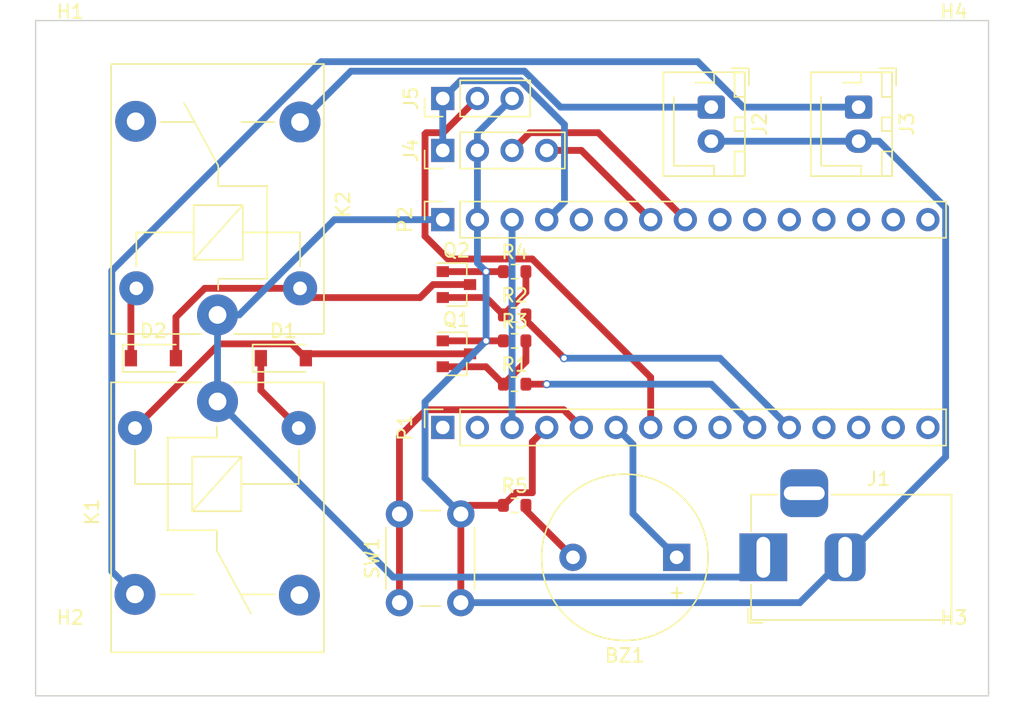
<source format=kicad_pcb>
(kicad_pcb (version 20171130) (host pcbnew 5.1.10)

  (general
    (thickness 1.6)
    (drawings 8)
    (tracks 108)
    (zones 0)
    (modules 24)
    (nets 21)
  )

  (page A4)
  (title_block
    (date "jeu. 02 avril 2015")
  )

  (layers
    (0 F.Cu signal)
    (31 B.Cu signal)
    (32 B.Adhes user)
    (33 F.Adhes user)
    (34 B.Paste user)
    (35 F.Paste user)
    (36 B.SilkS user)
    (37 F.SilkS user)
    (38 B.Mask user)
    (39 F.Mask user)
    (40 Dwgs.User user)
    (41 Cmts.User user)
    (42 Eco1.User user)
    (43 Eco2.User user)
    (44 Edge.Cuts user)
    (45 Margin user)
    (46 B.CrtYd user)
    (47 F.CrtYd user)
    (48 B.Fab user)
    (49 F.Fab user)
  )

  (setup
    (last_trace_width 0.5)
    (user_trace_width 0.5)
    (trace_clearance 0.2)
    (zone_clearance 0.508)
    (zone_45_only no)
    (trace_min 0.2)
    (via_size 0.6)
    (via_drill 0.4)
    (via_min_size 0.4)
    (via_min_drill 0.3)
    (user_via 1.2 0.8)
    (uvia_size 0.3)
    (uvia_drill 0.1)
    (uvias_allowed no)
    (uvia_min_size 0.2)
    (uvia_min_drill 0.1)
    (edge_width 0.1)
    (segment_width 0.15)
    (pcb_text_width 0.3)
    (pcb_text_size 1.5 1.5)
    (mod_edge_width 0.15)
    (mod_text_size 1 1)
    (mod_text_width 0.15)
    (pad_size 2.54 2.54)
    (pad_drill 1.778)
    (pad_to_mask_clearance 0)
    (aux_axis_origin 138.176 110.617)
    (grid_origin 123.19 139.065)
    (visible_elements FFFFFF7F)
    (pcbplotparams
      (layerselection 0x00030_80000001)
      (usegerberextensions false)
      (usegerberattributes true)
      (usegerberadvancedattributes true)
      (creategerberjobfile true)
      (excludeedgelayer true)
      (linewidth 0.100000)
      (plotframeref false)
      (viasonmask false)
      (mode 1)
      (useauxorigin false)
      (hpglpennumber 1)
      (hpglpenspeed 20)
      (hpglpendiameter 15.000000)
      (psnegative false)
      (psa4output false)
      (plotreference true)
      (plotvalue true)
      (plotinvisibletext false)
      (padsonsilk false)
      (subtractmaskfromsilk false)
      (outputformat 1)
      (mirror false)
      (drillshape 1)
      (scaleselection 1)
      (outputdirectory ""))
  )

  (net 0 "")
  (net 1 /Reset)
  (net 2 GND)
  (net 3 +5V)
  (net 4 "Net-(BZ1-Pad2)")
  (net 5 BUZZER)
  (net 6 "Net-(D1-Pad2)")
  (net 7 "Net-(D1-Pad1)")
  (net 8 "Net-(D2-Pad2)")
  (net 9 "Net-(D2-Pad1)")
  (net 10 +12V)
  (net 11 FAN_VCC)
  (net 12 HEATER_VCC)
  (net 13 LCD_I2C_SCL)
  (net 14 ICD_I2C_SDA)
  (net 15 FAN_RELAY)
  (net 16 HEATER_RELAY)
  (net 17 DHT11)
  (net 18 CTRL)
  (net 19 "Net-(Q1-Pad2)")
  (net 20 "Net-(Q2-Pad2)")

  (net_class Default "This is the default net class."
    (clearance 0.2)
    (trace_width 0.25)
    (via_dia 0.6)
    (via_drill 0.4)
    (uvia_dia 0.3)
    (uvia_drill 0.1)
    (add_net +12V)
    (add_net +5V)
    (add_net /Reset)
    (add_net BUZZER)
    (add_net CTRL)
    (add_net DHT11)
    (add_net FAN_RELAY)
    (add_net FAN_VCC)
    (add_net GND)
    (add_net HEATER_RELAY)
    (add_net HEATER_VCC)
    (add_net ICD_I2C_SDA)
    (add_net LCD_I2C_SCL)
    (add_net "Net-(BZ1-Pad2)")
    (add_net "Net-(D1-Pad1)")
    (add_net "Net-(D1-Pad2)")
    (add_net "Net-(D2-Pad1)")
    (add_net "Net-(D2-Pad2)")
    (add_net "Net-(Q1-Pad2)")
    (add_net "Net-(Q2-Pad2)")
  )

  (module Connector_JST:JST_XH_B2B-XH-AM_1x02_P2.50mm_Vertical (layer F.Cu) (tedit 5C28146E) (tstamp 60D38852)
    (at 170.18 98.425 270)
    (descr "JST XH series connector, B2B-XH-AM, with boss (http://www.jst-mfg.com/product/pdf/eng/eXH.pdf), generated with kicad-footprint-generator")
    (tags "connector JST XH vertical boss")
    (path /60EABA5B)
    (fp_text reference J2 (at 1.25 -3.55 90) (layer F.SilkS)
      (effects (font (size 1 1) (thickness 0.15)))
    )
    (fp_text value Conn_01x02_Male (at 1.25 4.6 90) (layer F.Fab)
      (effects (font (size 1 1) (thickness 0.15)))
    )
    (fp_line (start -2.85 -2.75) (end -2.85 -1.5) (layer F.SilkS) (width 0.12))
    (fp_line (start -1.6 -2.75) (end -2.85 -2.75) (layer F.SilkS) (width 0.12))
    (fp_line (start 4.3 2.75) (end 1.25 2.75) (layer F.SilkS) (width 0.12))
    (fp_line (start 4.3 -0.2) (end 4.3 2.75) (layer F.SilkS) (width 0.12))
    (fp_line (start 5.05 -0.2) (end 4.3 -0.2) (layer F.SilkS) (width 0.12))
    (fp_line (start 1.25 2.75) (end -0.74 2.75) (layer F.SilkS) (width 0.12))
    (fp_line (start -1.8 -0.2) (end -1.8 1.14) (layer F.SilkS) (width 0.12))
    (fp_line (start -2.55 -0.2) (end -1.8 -0.2) (layer F.SilkS) (width 0.12))
    (fp_line (start 5.05 -2.45) (end 3.25 -2.45) (layer F.SilkS) (width 0.12))
    (fp_line (start 5.05 -1.7) (end 5.05 -2.45) (layer F.SilkS) (width 0.12))
    (fp_line (start 3.25 -1.7) (end 5.05 -1.7) (layer F.SilkS) (width 0.12))
    (fp_line (start 3.25 -2.45) (end 3.25 -1.7) (layer F.SilkS) (width 0.12))
    (fp_line (start -0.75 -2.45) (end -2.55 -2.45) (layer F.SilkS) (width 0.12))
    (fp_line (start -0.75 -1.7) (end -0.75 -2.45) (layer F.SilkS) (width 0.12))
    (fp_line (start -2.55 -1.7) (end -0.75 -1.7) (layer F.SilkS) (width 0.12))
    (fp_line (start -2.55 -2.45) (end -2.55 -1.7) (layer F.SilkS) (width 0.12))
    (fp_line (start 1.75 -2.45) (end 0.75 -2.45) (layer F.SilkS) (width 0.12))
    (fp_line (start 1.75 -1.7) (end 1.75 -2.45) (layer F.SilkS) (width 0.12))
    (fp_line (start 0.75 -1.7) (end 1.75 -1.7) (layer F.SilkS) (width 0.12))
    (fp_line (start 0.75 -2.45) (end 0.75 -1.7) (layer F.SilkS) (width 0.12))
    (fp_line (start 0 -1.35) (end 0.625 -2.35) (layer F.Fab) (width 0.1))
    (fp_line (start -0.625 -2.35) (end 0 -1.35) (layer F.Fab) (width 0.1))
    (fp_line (start 5.45 -2.85) (end -2.95 -2.85) (layer F.CrtYd) (width 0.05))
    (fp_line (start 5.45 3.9) (end 5.45 -2.85) (layer F.CrtYd) (width 0.05))
    (fp_line (start -2.95 3.9) (end 5.45 3.9) (layer F.CrtYd) (width 0.05))
    (fp_line (start -2.95 -2.85) (end -2.95 3.9) (layer F.CrtYd) (width 0.05))
    (fp_line (start 5.06 -2.46) (end -2.56 -2.46) (layer F.SilkS) (width 0.12))
    (fp_line (start 5.06 3.51) (end 5.06 -2.46) (layer F.SilkS) (width 0.12))
    (fp_line (start -2.56 3.51) (end 5.06 3.51) (layer F.SilkS) (width 0.12))
    (fp_line (start -2.56 -2.46) (end -2.56 3.51) (layer F.SilkS) (width 0.12))
    (fp_line (start 4.95 -2.35) (end -2.45 -2.35) (layer F.Fab) (width 0.1))
    (fp_line (start 4.95 3.4) (end 4.95 -2.35) (layer F.Fab) (width 0.1))
    (fp_line (start -2.45 3.4) (end 4.95 3.4) (layer F.Fab) (width 0.1))
    (fp_line (start -2.45 -2.35) (end -2.45 3.4) (layer F.Fab) (width 0.1))
    (fp_text user %R (at 1.25 2.7 90) (layer F.Fab)
      (effects (font (size 1 1) (thickness 0.15)))
    )
    (pad "" np_thru_hole circle (at -1.6 2 270) (size 1.2 1.2) (drill 1.2) (layers *.Cu *.Mask))
    (pad 2 thru_hole oval (at 2.5 0 270) (size 1.7 2) (drill 1) (layers *.Cu *.Mask)
      (net 2 GND))
    (pad 1 thru_hole roundrect (at 0 0 270) (size 1.7 2) (drill 1) (layers *.Cu *.Mask) (roundrect_rratio 0.147059)
      (net 11 FAN_VCC))
    (model ${KISYS3DMOD}/Connector_JST.3dshapes/JST_XH_B2B-XH-AM_1x02_P2.50mm_Vertical.wrl
      (at (xyz 0 0 0))
      (scale (xyz 1 1 1))
      (rotate (xyz 0 0 0))
    )
  )

  (module Connector_PinHeader_2.54mm:PinHeader_1x03_P2.54mm_Vertical (layer F.Cu) (tedit 59FED5CC) (tstamp 60D4272C)
    (at 150.495 97.79 90)
    (descr "Through hole straight pin header, 1x03, 2.54mm pitch, single row")
    (tags "Through hole pin header THT 1x03 2.54mm single row")
    (path /6126BCF9)
    (fp_text reference J5 (at 0 -2.33 90) (layer F.SilkS)
      (effects (font (size 1 1) (thickness 0.15)))
    )
    (fp_text value Conn_01x03_Male (at 0 7.41 90) (layer F.Fab)
      (effects (font (size 1 1) (thickness 0.15)))
    )
    (fp_line (start 1.8 -1.8) (end -1.8 -1.8) (layer F.CrtYd) (width 0.05))
    (fp_line (start 1.8 6.85) (end 1.8 -1.8) (layer F.CrtYd) (width 0.05))
    (fp_line (start -1.8 6.85) (end 1.8 6.85) (layer F.CrtYd) (width 0.05))
    (fp_line (start -1.8 -1.8) (end -1.8 6.85) (layer F.CrtYd) (width 0.05))
    (fp_line (start -1.33 -1.33) (end 0 -1.33) (layer F.SilkS) (width 0.12))
    (fp_line (start -1.33 0) (end -1.33 -1.33) (layer F.SilkS) (width 0.12))
    (fp_line (start -1.33 1.27) (end 1.33 1.27) (layer F.SilkS) (width 0.12))
    (fp_line (start 1.33 1.27) (end 1.33 6.41) (layer F.SilkS) (width 0.12))
    (fp_line (start -1.33 1.27) (end -1.33 6.41) (layer F.SilkS) (width 0.12))
    (fp_line (start -1.33 6.41) (end 1.33 6.41) (layer F.SilkS) (width 0.12))
    (fp_line (start -1.27 -0.635) (end -0.635 -1.27) (layer F.Fab) (width 0.1))
    (fp_line (start -1.27 6.35) (end -1.27 -0.635) (layer F.Fab) (width 0.1))
    (fp_line (start 1.27 6.35) (end -1.27 6.35) (layer F.Fab) (width 0.1))
    (fp_line (start 1.27 -1.27) (end 1.27 6.35) (layer F.Fab) (width 0.1))
    (fp_line (start -0.635 -1.27) (end 1.27 -1.27) (layer F.Fab) (width 0.1))
    (fp_text user %R (at 0 2.54) (layer F.Fab)
      (effects (font (size 1 1) (thickness 0.15)))
    )
    (pad 3 thru_hole oval (at 0 5.08 90) (size 1.7 1.7) (drill 1) (layers *.Cu *.Mask)
      (net 2 GND))
    (pad 2 thru_hole oval (at 0 2.54 90) (size 1.7 1.7) (drill 1) (layers *.Cu *.Mask)
      (net 17 DHT11))
    (pad 1 thru_hole rect (at 0 0 90) (size 1.7 1.7) (drill 1) (layers *.Cu *.Mask)
      (net 3 +5V))
    (model ${KISYS3DMOD}/Connector_PinHeader_2.54mm.3dshapes/PinHeader_1x03_P2.54mm_Vertical.wrl
      (at (xyz 0 0 0))
      (scale (xyz 1 1 1))
      (rotate (xyz 0 0 0))
    )
  )

  (module Resistor_SMD:R_0603_1608Metric (layer F.Cu) (tedit 5F68FEEE) (tstamp 60D389A3)
    (at 155.765 127.635)
    (descr "Resistor SMD 0603 (1608 Metric), square (rectangular) end terminal, IPC_7351 nominal, (Body size source: IPC-SM-782 page 72, https://www.pcb-3d.com/wordpress/wp-content/uploads/ipc-sm-782a_amendment_1_and_2.pdf), generated with kicad-footprint-generator")
    (tags resistor)
    (path /60F2BA81)
    (attr smd)
    (fp_text reference R5 (at 0 -1.43) (layer F.SilkS)
      (effects (font (size 1 1) (thickness 0.15)))
    )
    (fp_text value R (at 0 1.43) (layer F.Fab)
      (effects (font (size 1 1) (thickness 0.15)))
    )
    (fp_line (start 1.48 0.73) (end -1.48 0.73) (layer F.CrtYd) (width 0.05))
    (fp_line (start 1.48 -0.73) (end 1.48 0.73) (layer F.CrtYd) (width 0.05))
    (fp_line (start -1.48 -0.73) (end 1.48 -0.73) (layer F.CrtYd) (width 0.05))
    (fp_line (start -1.48 0.73) (end -1.48 -0.73) (layer F.CrtYd) (width 0.05))
    (fp_line (start -0.237258 0.5225) (end 0.237258 0.5225) (layer F.SilkS) (width 0.12))
    (fp_line (start -0.237258 -0.5225) (end 0.237258 -0.5225) (layer F.SilkS) (width 0.12))
    (fp_line (start 0.8 0.4125) (end -0.8 0.4125) (layer F.Fab) (width 0.1))
    (fp_line (start 0.8 -0.4125) (end 0.8 0.4125) (layer F.Fab) (width 0.1))
    (fp_line (start -0.8 -0.4125) (end 0.8 -0.4125) (layer F.Fab) (width 0.1))
    (fp_line (start -0.8 0.4125) (end -0.8 -0.4125) (layer F.Fab) (width 0.1))
    (fp_text user %R (at 0 0) (layer F.Fab)
      (effects (font (size 0.4 0.4) (thickness 0.06)))
    )
    (pad 2 smd roundrect (at 0.825 0) (size 0.8 0.95) (layers F.Cu F.Paste F.Mask) (roundrect_rratio 0.25)
      (net 4 "Net-(BZ1-Pad2)"))
    (pad 1 smd roundrect (at -0.825 0) (size 0.8 0.95) (layers F.Cu F.Paste F.Mask) (roundrect_rratio 0.25)
      (net 2 GND))
    (model ${KISYS3DMOD}/Resistor_SMD.3dshapes/R_0603_1608Metric.wrl
      (at (xyz 0 0 0))
      (scale (xyz 1 1 1))
      (rotate (xyz 0 0 0))
    )
  )

  (module Resistor_SMD:R_0603_1608Metric (layer F.Cu) (tedit 5F68FEEE) (tstamp 60D38992)
    (at 155.765 110.49)
    (descr "Resistor SMD 0603 (1608 Metric), square (rectangular) end terminal, IPC_7351 nominal, (Body size source: IPC-SM-782 page 72, https://www.pcb-3d.com/wordpress/wp-content/uploads/ipc-sm-782a_amendment_1_and_2.pdf), generated with kicad-footprint-generator")
    (tags resistor)
    (path /60D7A43B)
    (attr smd)
    (fp_text reference R4 (at 0 -1.43) (layer F.SilkS)
      (effects (font (size 1 1) (thickness 0.15)))
    )
    (fp_text value R (at 0 1.43) (layer F.Fab)
      (effects (font (size 1 1) (thickness 0.15)))
    )
    (fp_line (start 1.48 0.73) (end -1.48 0.73) (layer F.CrtYd) (width 0.05))
    (fp_line (start 1.48 -0.73) (end 1.48 0.73) (layer F.CrtYd) (width 0.05))
    (fp_line (start -1.48 -0.73) (end 1.48 -0.73) (layer F.CrtYd) (width 0.05))
    (fp_line (start -1.48 0.73) (end -1.48 -0.73) (layer F.CrtYd) (width 0.05))
    (fp_line (start -0.237258 0.5225) (end 0.237258 0.5225) (layer F.SilkS) (width 0.12))
    (fp_line (start -0.237258 -0.5225) (end 0.237258 -0.5225) (layer F.SilkS) (width 0.12))
    (fp_line (start 0.8 0.4125) (end -0.8 0.4125) (layer F.Fab) (width 0.1))
    (fp_line (start 0.8 -0.4125) (end 0.8 0.4125) (layer F.Fab) (width 0.1))
    (fp_line (start -0.8 -0.4125) (end 0.8 -0.4125) (layer F.Fab) (width 0.1))
    (fp_line (start -0.8 0.4125) (end -0.8 -0.4125) (layer F.Fab) (width 0.1))
    (fp_text user %R (at 0 0) (layer F.Fab)
      (effects (font (size 0.4 0.4) (thickness 0.06)))
    )
    (pad 2 smd roundrect (at 0.825 0) (size 0.8 0.95) (layers F.Cu F.Paste F.Mask) (roundrect_rratio 0.25)
      (net 20 "Net-(Q2-Pad2)"))
    (pad 1 smd roundrect (at -0.825 0) (size 0.8 0.95) (layers F.Cu F.Paste F.Mask) (roundrect_rratio 0.25)
      (net 2 GND))
    (model ${KISYS3DMOD}/Resistor_SMD.3dshapes/R_0603_1608Metric.wrl
      (at (xyz 0 0 0))
      (scale (xyz 1 1 1))
      (rotate (xyz 0 0 0))
    )
  )

  (module Resistor_SMD:R_0603_1608Metric (layer F.Cu) (tedit 5F68FEEE) (tstamp 60D38981)
    (at 155.765 115.57)
    (descr "Resistor SMD 0603 (1608 Metric), square (rectangular) end terminal, IPC_7351 nominal, (Body size source: IPC-SM-782 page 72, https://www.pcb-3d.com/wordpress/wp-content/uploads/ipc-sm-782a_amendment_1_and_2.pdf), generated with kicad-footprint-generator")
    (tags resistor)
    (path /60DF400B)
    (attr smd)
    (fp_text reference R3 (at 0 -1.43) (layer F.SilkS)
      (effects (font (size 1 1) (thickness 0.15)))
    )
    (fp_text value R (at 0 1.43) (layer F.Fab)
      (effects (font (size 1 1) (thickness 0.15)))
    )
    (fp_line (start 1.48 0.73) (end -1.48 0.73) (layer F.CrtYd) (width 0.05))
    (fp_line (start 1.48 -0.73) (end 1.48 0.73) (layer F.CrtYd) (width 0.05))
    (fp_line (start -1.48 -0.73) (end 1.48 -0.73) (layer F.CrtYd) (width 0.05))
    (fp_line (start -1.48 0.73) (end -1.48 -0.73) (layer F.CrtYd) (width 0.05))
    (fp_line (start -0.237258 0.5225) (end 0.237258 0.5225) (layer F.SilkS) (width 0.12))
    (fp_line (start -0.237258 -0.5225) (end 0.237258 -0.5225) (layer F.SilkS) (width 0.12))
    (fp_line (start 0.8 0.4125) (end -0.8 0.4125) (layer F.Fab) (width 0.1))
    (fp_line (start 0.8 -0.4125) (end 0.8 0.4125) (layer F.Fab) (width 0.1))
    (fp_line (start -0.8 -0.4125) (end 0.8 -0.4125) (layer F.Fab) (width 0.1))
    (fp_line (start -0.8 0.4125) (end -0.8 -0.4125) (layer F.Fab) (width 0.1))
    (fp_text user %R (at 0 0) (layer F.Fab)
      (effects (font (size 0.4 0.4) (thickness 0.06)))
    )
    (pad 2 smd roundrect (at 0.825 0) (size 0.8 0.95) (layers F.Cu F.Paste F.Mask) (roundrect_rratio 0.25)
      (net 19 "Net-(Q1-Pad2)"))
    (pad 1 smd roundrect (at -0.825 0) (size 0.8 0.95) (layers F.Cu F.Paste F.Mask) (roundrect_rratio 0.25)
      (net 2 GND))
    (model ${KISYS3DMOD}/Resistor_SMD.3dshapes/R_0603_1608Metric.wrl
      (at (xyz 0 0 0))
      (scale (xyz 1 1 1))
      (rotate (xyz 0 0 0))
    )
  )

  (module Resistor_SMD:R_0603_1608Metric (layer F.Cu) (tedit 5F68FEEE) (tstamp 60D38970)
    (at 155.765 113.665)
    (descr "Resistor SMD 0603 (1608 Metric), square (rectangular) end terminal, IPC_7351 nominal, (Body size source: IPC-SM-782 page 72, https://www.pcb-3d.com/wordpress/wp-content/uploads/ipc-sm-782a_amendment_1_and_2.pdf), generated with kicad-footprint-generator")
    (tags resistor)
    (path /60D761B0)
    (attr smd)
    (fp_text reference R2 (at 0 -1.43) (layer F.SilkS)
      (effects (font (size 1 1) (thickness 0.15)))
    )
    (fp_text value R (at 0 1.43) (layer F.Fab)
      (effects (font (size 1 1) (thickness 0.15)))
    )
    (fp_line (start 1.48 0.73) (end -1.48 0.73) (layer F.CrtYd) (width 0.05))
    (fp_line (start 1.48 -0.73) (end 1.48 0.73) (layer F.CrtYd) (width 0.05))
    (fp_line (start -1.48 -0.73) (end 1.48 -0.73) (layer F.CrtYd) (width 0.05))
    (fp_line (start -1.48 0.73) (end -1.48 -0.73) (layer F.CrtYd) (width 0.05))
    (fp_line (start -0.237258 0.5225) (end 0.237258 0.5225) (layer F.SilkS) (width 0.12))
    (fp_line (start -0.237258 -0.5225) (end 0.237258 -0.5225) (layer F.SilkS) (width 0.12))
    (fp_line (start 0.8 0.4125) (end -0.8 0.4125) (layer F.Fab) (width 0.1))
    (fp_line (start 0.8 -0.4125) (end 0.8 0.4125) (layer F.Fab) (width 0.1))
    (fp_line (start -0.8 -0.4125) (end 0.8 -0.4125) (layer F.Fab) (width 0.1))
    (fp_line (start -0.8 0.4125) (end -0.8 -0.4125) (layer F.Fab) (width 0.1))
    (fp_text user %R (at 0 0) (layer F.Fab)
      (effects (font (size 0.4 0.4) (thickness 0.06)))
    )
    (pad 2 smd roundrect (at 0.825 0) (size 0.8 0.95) (layers F.Cu F.Paste F.Mask) (roundrect_rratio 0.25)
      (net 15 FAN_RELAY))
    (pad 1 smd roundrect (at -0.825 0) (size 0.8 0.95) (layers F.Cu F.Paste F.Mask) (roundrect_rratio 0.25)
      (net 20 "Net-(Q2-Pad2)"))
    (model ${KISYS3DMOD}/Resistor_SMD.3dshapes/R_0603_1608Metric.wrl
      (at (xyz 0 0 0))
      (scale (xyz 1 1 1))
      (rotate (xyz 0 0 0))
    )
  )

  (module Resistor_SMD:R_0603_1608Metric (layer F.Cu) (tedit 5F68FEEE) (tstamp 60D3895F)
    (at 155.765 118.745)
    (descr "Resistor SMD 0603 (1608 Metric), square (rectangular) end terminal, IPC_7351 nominal, (Body size source: IPC-SM-782 page 72, https://www.pcb-3d.com/wordpress/wp-content/uploads/ipc-sm-782a_amendment_1_and_2.pdf), generated with kicad-footprint-generator")
    (tags resistor)
    (path /60DF3FF7)
    (attr smd)
    (fp_text reference R1 (at 0 -1.43) (layer F.SilkS)
      (effects (font (size 1 1) (thickness 0.15)))
    )
    (fp_text value R (at 0 1.43) (layer F.Fab)
      (effects (font (size 1 1) (thickness 0.15)))
    )
    (fp_line (start 1.48 0.73) (end -1.48 0.73) (layer F.CrtYd) (width 0.05))
    (fp_line (start 1.48 -0.73) (end 1.48 0.73) (layer F.CrtYd) (width 0.05))
    (fp_line (start -1.48 -0.73) (end 1.48 -0.73) (layer F.CrtYd) (width 0.05))
    (fp_line (start -1.48 0.73) (end -1.48 -0.73) (layer F.CrtYd) (width 0.05))
    (fp_line (start -0.237258 0.5225) (end 0.237258 0.5225) (layer F.SilkS) (width 0.12))
    (fp_line (start -0.237258 -0.5225) (end 0.237258 -0.5225) (layer F.SilkS) (width 0.12))
    (fp_line (start 0.8 0.4125) (end -0.8 0.4125) (layer F.Fab) (width 0.1))
    (fp_line (start 0.8 -0.4125) (end 0.8 0.4125) (layer F.Fab) (width 0.1))
    (fp_line (start -0.8 -0.4125) (end 0.8 -0.4125) (layer F.Fab) (width 0.1))
    (fp_line (start -0.8 0.4125) (end -0.8 -0.4125) (layer F.Fab) (width 0.1))
    (fp_text user %R (at 0 0) (layer F.Fab)
      (effects (font (size 0.4 0.4) (thickness 0.06)))
    )
    (pad 2 smd roundrect (at 0.825 0) (size 0.8 0.95) (layers F.Cu F.Paste F.Mask) (roundrect_rratio 0.25)
      (net 16 HEATER_RELAY))
    (pad 1 smd roundrect (at -0.825 0) (size 0.8 0.95) (layers F.Cu F.Paste F.Mask) (roundrect_rratio 0.25)
      (net 19 "Net-(Q1-Pad2)"))
    (model ${KISYS3DMOD}/Resistor_SMD.3dshapes/R_0603_1608Metric.wrl
      (at (xyz 0 0 0))
      (scale (xyz 1 1 1))
      (rotate (xyz 0 0 0))
    )
  )

  (module Diode_SMD:D_SOD-123 (layer F.Cu) (tedit 58645DC7) (tstamp 60D387E5)
    (at 129.285 116.84)
    (descr SOD-123)
    (tags SOD-123)
    (path /60D8639C)
    (attr smd)
    (fp_text reference D2 (at 0 -2) (layer F.SilkS)
      (effects (font (size 1 1) (thickness 0.15)))
    )
    (fp_text value 1N4148 (at 0 2.1) (layer F.Fab)
      (effects (font (size 1 1) (thickness 0.15)))
    )
    (fp_line (start -2.25 -1) (end 1.65 -1) (layer F.SilkS) (width 0.12))
    (fp_line (start -2.25 1) (end 1.65 1) (layer F.SilkS) (width 0.12))
    (fp_line (start -2.35 -1.15) (end -2.35 1.15) (layer F.CrtYd) (width 0.05))
    (fp_line (start 2.35 1.15) (end -2.35 1.15) (layer F.CrtYd) (width 0.05))
    (fp_line (start 2.35 -1.15) (end 2.35 1.15) (layer F.CrtYd) (width 0.05))
    (fp_line (start -2.35 -1.15) (end 2.35 -1.15) (layer F.CrtYd) (width 0.05))
    (fp_line (start -1.4 -0.9) (end 1.4 -0.9) (layer F.Fab) (width 0.1))
    (fp_line (start 1.4 -0.9) (end 1.4 0.9) (layer F.Fab) (width 0.1))
    (fp_line (start 1.4 0.9) (end -1.4 0.9) (layer F.Fab) (width 0.1))
    (fp_line (start -1.4 0.9) (end -1.4 -0.9) (layer F.Fab) (width 0.1))
    (fp_line (start -0.75 0) (end -0.35 0) (layer F.Fab) (width 0.1))
    (fp_line (start -0.35 0) (end -0.35 -0.55) (layer F.Fab) (width 0.1))
    (fp_line (start -0.35 0) (end -0.35 0.55) (layer F.Fab) (width 0.1))
    (fp_line (start -0.35 0) (end 0.25 -0.4) (layer F.Fab) (width 0.1))
    (fp_line (start 0.25 -0.4) (end 0.25 0.4) (layer F.Fab) (width 0.1))
    (fp_line (start 0.25 0.4) (end -0.35 0) (layer F.Fab) (width 0.1))
    (fp_line (start 0.25 0) (end 0.75 0) (layer F.Fab) (width 0.1))
    (fp_line (start -2.25 -1) (end -2.25 1) (layer F.SilkS) (width 0.12))
    (fp_text user %R (at 0 -2) (layer F.Fab)
      (effects (font (size 1 1) (thickness 0.15)))
    )
    (pad 2 smd rect (at 1.65 0) (size 0.9 1.2) (layers F.Cu F.Paste F.Mask)
      (net 8 "Net-(D2-Pad2)"))
    (pad 1 smd rect (at -1.65 0) (size 0.9 1.2) (layers F.Cu F.Paste F.Mask)
      (net 9 "Net-(D2-Pad1)"))
    (model ${KISYS3DMOD}/Diode_SMD.3dshapes/D_SOD-123.wrl
      (at (xyz 0 0 0))
      (scale (xyz 1 1 1))
      (rotate (xyz 0 0 0))
    )
  )

  (module Diode_SMD:D_SOD-123 (layer F.Cu) (tedit 58645DC7) (tstamp 60D387CC)
    (at 138.81 116.84)
    (descr SOD-123)
    (tags SOD-123)
    (path /60DF4020)
    (attr smd)
    (fp_text reference D1 (at 0 -2) (layer F.SilkS)
      (effects (font (size 1 1) (thickness 0.15)))
    )
    (fp_text value 1N4148 (at 0 2.1) (layer F.Fab)
      (effects (font (size 1 1) (thickness 0.15)))
    )
    (fp_line (start -2.25 -1) (end 1.65 -1) (layer F.SilkS) (width 0.12))
    (fp_line (start -2.25 1) (end 1.65 1) (layer F.SilkS) (width 0.12))
    (fp_line (start -2.35 -1.15) (end -2.35 1.15) (layer F.CrtYd) (width 0.05))
    (fp_line (start 2.35 1.15) (end -2.35 1.15) (layer F.CrtYd) (width 0.05))
    (fp_line (start 2.35 -1.15) (end 2.35 1.15) (layer F.CrtYd) (width 0.05))
    (fp_line (start -2.35 -1.15) (end 2.35 -1.15) (layer F.CrtYd) (width 0.05))
    (fp_line (start -1.4 -0.9) (end 1.4 -0.9) (layer F.Fab) (width 0.1))
    (fp_line (start 1.4 -0.9) (end 1.4 0.9) (layer F.Fab) (width 0.1))
    (fp_line (start 1.4 0.9) (end -1.4 0.9) (layer F.Fab) (width 0.1))
    (fp_line (start -1.4 0.9) (end -1.4 -0.9) (layer F.Fab) (width 0.1))
    (fp_line (start -0.75 0) (end -0.35 0) (layer F.Fab) (width 0.1))
    (fp_line (start -0.35 0) (end -0.35 -0.55) (layer F.Fab) (width 0.1))
    (fp_line (start -0.35 0) (end -0.35 0.55) (layer F.Fab) (width 0.1))
    (fp_line (start -0.35 0) (end 0.25 -0.4) (layer F.Fab) (width 0.1))
    (fp_line (start 0.25 -0.4) (end 0.25 0.4) (layer F.Fab) (width 0.1))
    (fp_line (start 0.25 0.4) (end -0.35 0) (layer F.Fab) (width 0.1))
    (fp_line (start 0.25 0) (end 0.75 0) (layer F.Fab) (width 0.1))
    (fp_line (start -2.25 -1) (end -2.25 1) (layer F.SilkS) (width 0.12))
    (fp_text user %R (at 0 -2) (layer F.Fab)
      (effects (font (size 1 1) (thickness 0.15)))
    )
    (pad 2 smd rect (at 1.65 0) (size 0.9 1.2) (layers F.Cu F.Paste F.Mask)
      (net 6 "Net-(D1-Pad2)"))
    (pad 1 smd rect (at -1.65 0) (size 0.9 1.2) (layers F.Cu F.Paste F.Mask)
      (net 7 "Net-(D1-Pad1)"))
    (model ${KISYS3DMOD}/Diode_SMD.3dshapes/D_SOD-123.wrl
      (at (xyz 0 0 0))
      (scale (xyz 1 1 1))
      (rotate (xyz 0 0 0))
    )
  )

  (module Package_TO_SOT_SMD:SOT-23 (layer F.Cu) (tedit 5A02FF57) (tstamp 60D3894E)
    (at 151.495 111.44)
    (descr "SOT-23, Standard")
    (tags SOT-23)
    (path /60D797B9)
    (attr smd)
    (fp_text reference Q2 (at 0 -2.5) (layer F.SilkS)
      (effects (font (size 1 1) (thickness 0.15)))
    )
    (fp_text value S8050 (at 0 2.5) (layer F.Fab)
      (effects (font (size 1 1) (thickness 0.15)))
    )
    (fp_line (start -0.7 -0.95) (end -0.7 1.5) (layer F.Fab) (width 0.1))
    (fp_line (start -0.15 -1.52) (end 0.7 -1.52) (layer F.Fab) (width 0.1))
    (fp_line (start -0.7 -0.95) (end -0.15 -1.52) (layer F.Fab) (width 0.1))
    (fp_line (start 0.7 -1.52) (end 0.7 1.52) (layer F.Fab) (width 0.1))
    (fp_line (start -0.7 1.52) (end 0.7 1.52) (layer F.Fab) (width 0.1))
    (fp_line (start 0.76 1.58) (end 0.76 0.65) (layer F.SilkS) (width 0.12))
    (fp_line (start 0.76 -1.58) (end 0.76 -0.65) (layer F.SilkS) (width 0.12))
    (fp_line (start -1.7 -1.75) (end 1.7 -1.75) (layer F.CrtYd) (width 0.05))
    (fp_line (start 1.7 -1.75) (end 1.7 1.75) (layer F.CrtYd) (width 0.05))
    (fp_line (start 1.7 1.75) (end -1.7 1.75) (layer F.CrtYd) (width 0.05))
    (fp_line (start -1.7 1.75) (end -1.7 -1.75) (layer F.CrtYd) (width 0.05))
    (fp_line (start 0.76 -1.58) (end -1.4 -1.58) (layer F.SilkS) (width 0.12))
    (fp_line (start 0.76 1.58) (end -0.7 1.58) (layer F.SilkS) (width 0.12))
    (fp_text user %R (at 0 0 -270) (layer F.Fab)
      (effects (font (size 0.5 0.5) (thickness 0.075)))
    )
    (pad 3 smd rect (at 1 0) (size 0.9 0.8) (layers F.Cu F.Paste F.Mask)
      (net 8 "Net-(D2-Pad2)"))
    (pad 2 smd rect (at -1 0.95) (size 0.9 0.8) (layers F.Cu F.Paste F.Mask)
      (net 20 "Net-(Q2-Pad2)"))
    (pad 1 smd rect (at -1 -0.95) (size 0.9 0.8) (layers F.Cu F.Paste F.Mask)
      (net 2 GND))
    (model ${KISYS3DMOD}/Package_TO_SOT_SMD.3dshapes/SOT-23.wrl
      (at (xyz 0 0 0))
      (scale (xyz 1 1 1))
      (rotate (xyz 0 0 0))
    )
  )

  (module Package_TO_SOT_SMD:SOT-23 (layer F.Cu) (tedit 5A02FF57) (tstamp 60D3893C)
    (at 151.495 116.52)
    (descr "SOT-23, Standard")
    (tags SOT-23)
    (path /60DF4001)
    (attr smd)
    (fp_text reference Q1 (at 0 -2.5) (layer F.SilkS)
      (effects (font (size 1 1) (thickness 0.15)))
    )
    (fp_text value S8050 (at 0 2.5) (layer F.Fab)
      (effects (font (size 1 1) (thickness 0.15)))
    )
    (fp_line (start -0.7 -0.95) (end -0.7 1.5) (layer F.Fab) (width 0.1))
    (fp_line (start -0.15 -1.52) (end 0.7 -1.52) (layer F.Fab) (width 0.1))
    (fp_line (start -0.7 -0.95) (end -0.15 -1.52) (layer F.Fab) (width 0.1))
    (fp_line (start 0.7 -1.52) (end 0.7 1.52) (layer F.Fab) (width 0.1))
    (fp_line (start -0.7 1.52) (end 0.7 1.52) (layer F.Fab) (width 0.1))
    (fp_line (start 0.76 1.58) (end 0.76 0.65) (layer F.SilkS) (width 0.12))
    (fp_line (start 0.76 -1.58) (end 0.76 -0.65) (layer F.SilkS) (width 0.12))
    (fp_line (start -1.7 -1.75) (end 1.7 -1.75) (layer F.CrtYd) (width 0.05))
    (fp_line (start 1.7 -1.75) (end 1.7 1.75) (layer F.CrtYd) (width 0.05))
    (fp_line (start 1.7 1.75) (end -1.7 1.75) (layer F.CrtYd) (width 0.05))
    (fp_line (start -1.7 1.75) (end -1.7 -1.75) (layer F.CrtYd) (width 0.05))
    (fp_line (start 0.76 -1.58) (end -1.4 -1.58) (layer F.SilkS) (width 0.12))
    (fp_line (start 0.76 1.58) (end -0.7 1.58) (layer F.SilkS) (width 0.12))
    (fp_text user %R (at 0 0 -270) (layer F.Fab)
      (effects (font (size 0.5 0.5) (thickness 0.075)))
    )
    (pad 3 smd rect (at 1 0) (size 0.9 0.8) (layers F.Cu F.Paste F.Mask)
      (net 6 "Net-(D1-Pad2)"))
    (pad 2 smd rect (at -1 0.95) (size 0.9 0.8) (layers F.Cu F.Paste F.Mask)
      (net 19 "Net-(Q1-Pad2)"))
    (pad 1 smd rect (at -1 -0.95) (size 0.9 0.8) (layers F.Cu F.Paste F.Mask)
      (net 2 GND))
    (model ${KISYS3DMOD}/Package_TO_SOT_SMD.3dshapes/SOT-23.wrl
      (at (xyz 0 0 0))
      (scale (xyz 1 1 1))
      (rotate (xyz 0 0 0))
    )
  )

  (module MountingHole:MountingHole_2.2mm_M2 (layer F.Cu) (tedit 56D1B4CB) (tstamp 60D38805)
    (at 187.96 94.615)
    (descr "Mounting Hole 2.2mm, no annular, M2")
    (tags "mounting hole 2.2mm no annular m2")
    (path /611B2D54)
    (attr virtual)
    (fp_text reference H4 (at 0 -3.2) (layer F.SilkS)
      (effects (font (size 1 1) (thickness 0.15)))
    )
    (fp_text value MountingHole (at 0 3.2) (layer F.Fab)
      (effects (font (size 1 1) (thickness 0.15)))
    )
    (fp_circle (center 0 0) (end 2.45 0) (layer F.CrtYd) (width 0.05))
    (fp_circle (center 0 0) (end 2.2 0) (layer Cmts.User) (width 0.15))
    (fp_text user %R (at 0.3 0) (layer F.Fab)
      (effects (font (size 1 1) (thickness 0.15)))
    )
    (pad 1 np_thru_hole circle (at 0 0) (size 2.2 2.2) (drill 2.2) (layers *.Cu *.Mask))
  )

  (module MountingHole:MountingHole_2.2mm_M2 (layer F.Cu) (tedit 56D1B4CB) (tstamp 60D387FD)
    (at 187.96 139.065)
    (descr "Mounting Hole 2.2mm, no annular, M2")
    (tags "mounting hole 2.2mm no annular m2")
    (path /6119DA85)
    (attr virtual)
    (fp_text reference H3 (at 0 -3.2) (layer F.SilkS)
      (effects (font (size 1 1) (thickness 0.15)))
    )
    (fp_text value MountingHole (at 0 3.2) (layer F.Fab)
      (effects (font (size 1 1) (thickness 0.15)))
    )
    (fp_circle (center 0 0) (end 2.45 0) (layer F.CrtYd) (width 0.05))
    (fp_circle (center 0 0) (end 2.2 0) (layer Cmts.User) (width 0.15))
    (fp_text user %R (at 0.3 0) (layer F.Fab)
      (effects (font (size 1 1) (thickness 0.15)))
    )
    (pad 1 np_thru_hole circle (at 0 0) (size 2.2 2.2) (drill 2.2) (layers *.Cu *.Mask))
  )

  (module MountingHole:MountingHole_2.2mm_M2 (layer F.Cu) (tedit 56D1B4CB) (tstamp 60D387F5)
    (at 123.19 139.065)
    (descr "Mounting Hole 2.2mm, no annular, M2")
    (tags "mounting hole 2.2mm no annular m2")
    (path /6119AEA8)
    (attr virtual)
    (fp_text reference H2 (at 0 -3.2) (layer F.SilkS)
      (effects (font (size 1 1) (thickness 0.15)))
    )
    (fp_text value MountingHole (at 0 3.2) (layer F.Fab)
      (effects (font (size 1 1) (thickness 0.15)))
    )
    (fp_circle (center 0 0) (end 2.45 0) (layer F.CrtYd) (width 0.05))
    (fp_circle (center 0 0) (end 2.2 0) (layer Cmts.User) (width 0.15))
    (fp_text user %R (at 0.3 0) (layer F.Fab)
      (effects (font (size 1 1) (thickness 0.15)))
    )
    (pad 1 np_thru_hole circle (at 0 0) (size 2.2 2.2) (drill 2.2) (layers *.Cu *.Mask))
  )

  (module MountingHole:MountingHole_2.2mm_M2 (layer F.Cu) (tedit 56D1B4CB) (tstamp 60D387ED)
    (at 123.19 94.615)
    (descr "Mounting Hole 2.2mm, no annular, M2")
    (tags "mounting hole 2.2mm no annular m2")
    (path /6119DE1B)
    (attr virtual)
    (fp_text reference H1 (at 0 -3.2) (layer F.SilkS)
      (effects (font (size 1 1) (thickness 0.15)))
    )
    (fp_text value MountingHole (at 0 3.2) (layer F.Fab)
      (effects (font (size 1 1) (thickness 0.15)))
    )
    (fp_circle (center 0 0) (end 2.45 0) (layer F.CrtYd) (width 0.05))
    (fp_circle (center 0 0) (end 2.2 0) (layer Cmts.User) (width 0.15))
    (fp_text user %R (at 0.3 0) (layer F.Fab)
      (effects (font (size 1 1) (thickness 0.15)))
    )
    (pad 1 np_thru_hole circle (at 0 0) (size 2.2 2.2) (drill 2.2) (layers *.Cu *.Mask))
  )

  (module Button_Switch_THT:SW_PUSH_6mm (layer F.Cu) (tedit 5A02FE31) (tstamp 60D389C2)
    (at 147.32 134.77 90)
    (descr https://www.omron.com/ecb/products/pdf/en-b3f.pdf)
    (tags "tact sw push 6mm")
    (path /60D49471)
    (fp_text reference SW1 (at 3.25 -2 90) (layer F.SilkS)
      (effects (font (size 1 1) (thickness 0.15)))
    )
    (fp_text value SW_Push (at 3.75 6.7 90) (layer F.Fab)
      (effects (font (size 1 1) (thickness 0.15)))
    )
    (fp_circle (center 3.25 2.25) (end 1.25 2.5) (layer F.Fab) (width 0.1))
    (fp_line (start 6.75 3) (end 6.75 1.5) (layer F.SilkS) (width 0.12))
    (fp_line (start 5.5 -1) (end 1 -1) (layer F.SilkS) (width 0.12))
    (fp_line (start -0.25 1.5) (end -0.25 3) (layer F.SilkS) (width 0.12))
    (fp_line (start 1 5.5) (end 5.5 5.5) (layer F.SilkS) (width 0.12))
    (fp_line (start 8 -1.25) (end 8 5.75) (layer F.CrtYd) (width 0.05))
    (fp_line (start 7.75 6) (end -1.25 6) (layer F.CrtYd) (width 0.05))
    (fp_line (start -1.5 5.75) (end -1.5 -1.25) (layer F.CrtYd) (width 0.05))
    (fp_line (start -1.25 -1.5) (end 7.75 -1.5) (layer F.CrtYd) (width 0.05))
    (fp_line (start -1.5 6) (end -1.25 6) (layer F.CrtYd) (width 0.05))
    (fp_line (start -1.5 5.75) (end -1.5 6) (layer F.CrtYd) (width 0.05))
    (fp_line (start -1.5 -1.5) (end -1.25 -1.5) (layer F.CrtYd) (width 0.05))
    (fp_line (start -1.5 -1.25) (end -1.5 -1.5) (layer F.CrtYd) (width 0.05))
    (fp_line (start 8 -1.5) (end 8 -1.25) (layer F.CrtYd) (width 0.05))
    (fp_line (start 7.75 -1.5) (end 8 -1.5) (layer F.CrtYd) (width 0.05))
    (fp_line (start 8 6) (end 8 5.75) (layer F.CrtYd) (width 0.05))
    (fp_line (start 7.75 6) (end 8 6) (layer F.CrtYd) (width 0.05))
    (fp_line (start 0.25 -0.75) (end 3.25 -0.75) (layer F.Fab) (width 0.1))
    (fp_line (start 0.25 5.25) (end 0.25 -0.75) (layer F.Fab) (width 0.1))
    (fp_line (start 6.25 5.25) (end 0.25 5.25) (layer F.Fab) (width 0.1))
    (fp_line (start 6.25 -0.75) (end 6.25 5.25) (layer F.Fab) (width 0.1))
    (fp_line (start 3.25 -0.75) (end 6.25 -0.75) (layer F.Fab) (width 0.1))
    (fp_text user %R (at 3.25 2.25 90) (layer F.Fab)
      (effects (font (size 1 1) (thickness 0.15)))
    )
    (pad 1 thru_hole circle (at 6.5 0 180) (size 2 2) (drill 1.1) (layers *.Cu *.Mask)
      (net 18 CTRL))
    (pad 2 thru_hole circle (at 6.5 4.5 180) (size 2 2) (drill 1.1) (layers *.Cu *.Mask)
      (net 2 GND))
    (pad 1 thru_hole circle (at 0 0 180) (size 2 2) (drill 1.1) (layers *.Cu *.Mask)
      (net 18 CTRL))
    (pad 2 thru_hole circle (at 0 4.5 180) (size 2 2) (drill 1.1) (layers *.Cu *.Mask)
      (net 2 GND))
    (model ${KISYS3DMOD}/Button_Switch_THT.3dshapes/SW_PUSH_6mm.wrl
      (at (xyz 0 0 0))
      (scale (xyz 1 1 1))
      (rotate (xyz 0 0 0))
    )
  )

  (module Connector_PinSocket_2.54mm:PinSocket_1x15_P2.54mm_Vertical (layer F.Cu) (tedit 5A19A41D) (tstamp 551FC9EE)
    (at 150.495 106.68 90)
    (descr "Through hole straight socket strip, 1x15, 2.54mm pitch, single row (from Kicad 4.0.7), script generated")
    (tags "Through hole socket strip THT 1x15 2.54mm single row")
    (path /56D740C7)
    (fp_text reference P2 (at 0 -2.77 90) (layer F.SilkS)
      (effects (font (size 1 1) (thickness 0.15)))
    )
    (fp_text value Analog (at 0 38.33 90) (layer F.Fab)
      (effects (font (size 1 1) (thickness 0.15)))
    )
    (fp_line (start -1.8 37.3) (end -1.8 -1.8) (layer F.CrtYd) (width 0.05))
    (fp_line (start 1.75 37.3) (end -1.8 37.3) (layer F.CrtYd) (width 0.05))
    (fp_line (start 1.75 -1.8) (end 1.75 37.3) (layer F.CrtYd) (width 0.05))
    (fp_line (start -1.8 -1.8) (end 1.75 -1.8) (layer F.CrtYd) (width 0.05))
    (fp_line (start 0 -1.33) (end 1.33 -1.33) (layer F.SilkS) (width 0.12))
    (fp_line (start 1.33 -1.33) (end 1.33 0) (layer F.SilkS) (width 0.12))
    (fp_line (start 1.33 1.27) (end 1.33 36.89) (layer F.SilkS) (width 0.12))
    (fp_line (start -1.33 36.89) (end 1.33 36.89) (layer F.SilkS) (width 0.12))
    (fp_line (start -1.33 1.27) (end -1.33 36.89) (layer F.SilkS) (width 0.12))
    (fp_line (start -1.33 1.27) (end 1.33 1.27) (layer F.SilkS) (width 0.12))
    (fp_line (start -1.27 36.83) (end -1.27 -1.27) (layer F.Fab) (width 0.1))
    (fp_line (start 1.27 36.83) (end -1.27 36.83) (layer F.Fab) (width 0.1))
    (fp_line (start 1.27 -0.635) (end 1.27 36.83) (layer F.Fab) (width 0.1))
    (fp_line (start 0.635 -1.27) (end 1.27 -0.635) (layer F.Fab) (width 0.1))
    (fp_line (start -1.27 -1.27) (end 0.635 -1.27) (layer F.Fab) (width 0.1))
    (fp_text user %R (at 0 17.78) (layer F.Fab)
      (effects (font (size 1 1) (thickness 0.15)))
    )
    (pad 15 thru_hole oval (at 0 35.56 90) (size 1.7 1.7) (drill 1) (layers *.Cu *.Mask))
    (pad 14 thru_hole oval (at 0 33.02 90) (size 1.7 1.7) (drill 1) (layers *.Cu *.Mask))
    (pad 13 thru_hole oval (at 0 30.48 90) (size 1.7 1.7) (drill 1) (layers *.Cu *.Mask))
    (pad 12 thru_hole oval (at 0 27.94 90) (size 1.7 1.7) (drill 1) (layers *.Cu *.Mask))
    (pad 11 thru_hole oval (at 0 25.4 90) (size 1.7 1.7) (drill 1) (layers *.Cu *.Mask))
    (pad 10 thru_hole oval (at 0 22.86 90) (size 1.7 1.7) (drill 1) (layers *.Cu *.Mask))
    (pad 9 thru_hole oval (at 0 20.32 90) (size 1.7 1.7) (drill 1) (layers *.Cu *.Mask))
    (pad 8 thru_hole oval (at 0 17.78 90) (size 1.7 1.7) (drill 1) (layers *.Cu *.Mask)
      (net 14 ICD_I2C_SDA))
    (pad 7 thru_hole oval (at 0 15.24 90) (size 1.7 1.7) (drill 1) (layers *.Cu *.Mask)
      (net 13 LCD_I2C_SCL))
    (pad 6 thru_hole oval (at 0 12.7 90) (size 1.7 1.7) (drill 1) (layers *.Cu *.Mask))
    (pad 5 thru_hole oval (at 0 10.16 90) (size 1.7 1.7) (drill 1) (layers *.Cu *.Mask))
    (pad 4 thru_hole oval (at 0 7.62 90) (size 1.7 1.7) (drill 1) (layers *.Cu *.Mask)
      (net 3 +5V))
    (pad 3 thru_hole oval (at 0 5.08 90) (size 1.7 1.7) (drill 1) (layers *.Cu *.Mask)
      (net 1 /Reset))
    (pad 2 thru_hole oval (at 0 2.54 90) (size 1.7 1.7) (drill 1) (layers *.Cu *.Mask)
      (net 2 GND))
    (pad 1 thru_hole rect (at 0 0 90) (size 1.7 1.7) (drill 1) (layers *.Cu *.Mask)
      (net 10 +12V))
    (model ${KISYS3DMOD}/Connector_PinSocket_2.54mm.3dshapes/PinSocket_1x15_P2.54mm_Vertical.wrl
      (at (xyz 0 0 0))
      (scale (xyz 1 1 1))
      (rotate (xyz 0 0 0))
    )
  )

  (module Connector_PinSocket_2.54mm:PinSocket_1x15_P2.54mm_Vertical (layer F.Cu) (tedit 5A19A41D) (tstamp 551FC9D0)
    (at 150.495 121.92 90)
    (descr "Through hole straight socket strip, 1x15, 2.54mm pitch, single row (from Kicad 4.0.7), script generated")
    (tags "Through hole socket strip THT 1x15 2.54mm single row")
    (path /56D73FAC)
    (fp_text reference P1 (at 0 -2.77 90) (layer F.SilkS)
      (effects (font (size 1 1) (thickness 0.15)))
    )
    (fp_text value Digital (at 0 38.33 90) (layer F.Fab)
      (effects (font (size 1 1) (thickness 0.15)))
    )
    (fp_line (start -1.8 37.3) (end -1.8 -1.8) (layer F.CrtYd) (width 0.05))
    (fp_line (start 1.75 37.3) (end -1.8 37.3) (layer F.CrtYd) (width 0.05))
    (fp_line (start 1.75 -1.8) (end 1.75 37.3) (layer F.CrtYd) (width 0.05))
    (fp_line (start -1.8 -1.8) (end 1.75 -1.8) (layer F.CrtYd) (width 0.05))
    (fp_line (start 0 -1.33) (end 1.33 -1.33) (layer F.SilkS) (width 0.12))
    (fp_line (start 1.33 -1.33) (end 1.33 0) (layer F.SilkS) (width 0.12))
    (fp_line (start 1.33 1.27) (end 1.33 36.89) (layer F.SilkS) (width 0.12))
    (fp_line (start -1.33 36.89) (end 1.33 36.89) (layer F.SilkS) (width 0.12))
    (fp_line (start -1.33 1.27) (end -1.33 36.89) (layer F.SilkS) (width 0.12))
    (fp_line (start -1.33 1.27) (end 1.33 1.27) (layer F.SilkS) (width 0.12))
    (fp_line (start -1.27 36.83) (end -1.27 -1.27) (layer F.Fab) (width 0.1))
    (fp_line (start 1.27 36.83) (end -1.27 36.83) (layer F.Fab) (width 0.1))
    (fp_line (start 1.27 -0.635) (end 1.27 36.83) (layer F.Fab) (width 0.1))
    (fp_line (start 0.635 -1.27) (end 1.27 -0.635) (layer F.Fab) (width 0.1))
    (fp_line (start -1.27 -1.27) (end 0.635 -1.27) (layer F.Fab) (width 0.1))
    (fp_text user %R (at 0 17.78) (layer F.Fab)
      (effects (font (size 1 1) (thickness 0.15)))
    )
    (pad 15 thru_hole oval (at 0 35.56 90) (size 1.7 1.7) (drill 1) (layers *.Cu *.Mask))
    (pad 14 thru_hole oval (at 0 33.02 90) (size 1.7 1.7) (drill 1) (layers *.Cu *.Mask))
    (pad 13 thru_hole oval (at 0 30.48 90) (size 1.7 1.7) (drill 1) (layers *.Cu *.Mask))
    (pad 12 thru_hole oval (at 0 27.94 90) (size 1.7 1.7) (drill 1) (layers *.Cu *.Mask))
    (pad 11 thru_hole oval (at 0 25.4 90) (size 1.7 1.7) (drill 1) (layers *.Cu *.Mask)
      (net 15 FAN_RELAY))
    (pad 10 thru_hole oval (at 0 22.86 90) (size 1.7 1.7) (drill 1) (layers *.Cu *.Mask)
      (net 16 HEATER_RELAY))
    (pad 9 thru_hole oval (at 0 20.32 90) (size 1.7 1.7) (drill 1) (layers *.Cu *.Mask))
    (pad 8 thru_hole oval (at 0 17.78 90) (size 1.7 1.7) (drill 1) (layers *.Cu *.Mask))
    (pad 7 thru_hole oval (at 0 15.24 90) (size 1.7 1.7) (drill 1) (layers *.Cu *.Mask)
      (net 17 DHT11))
    (pad 6 thru_hole oval (at 0 12.7 90) (size 1.7 1.7) (drill 1) (layers *.Cu *.Mask)
      (net 5 BUZZER))
    (pad 5 thru_hole oval (at 0 10.16 90) (size 1.7 1.7) (drill 1) (layers *.Cu *.Mask)
      (net 18 CTRL))
    (pad 4 thru_hole oval (at 0 7.62 90) (size 1.7 1.7) (drill 1) (layers *.Cu *.Mask)
      (net 2 GND))
    (pad 3 thru_hole oval (at 0 5.08 90) (size 1.7 1.7) (drill 1) (layers *.Cu *.Mask)
      (net 1 /Reset))
    (pad 2 thru_hole oval (at 0 2.54 90) (size 1.7 1.7) (drill 1) (layers *.Cu *.Mask))
    (pad 1 thru_hole rect (at 0 0 90) (size 1.7 1.7) (drill 1) (layers *.Cu *.Mask))
    (model ${KISYS3DMOD}/Connector_PinSocket_2.54mm.3dshapes/PinSocket_1x15_P2.54mm_Vertical.wrl
      (at (xyz 0 0 0))
      (scale (xyz 1 1 1))
      (rotate (xyz 0 0 0))
    )
  )

  (module Relay_THT:Relay_SPDT_SANYOU_SRD_Series_Form_C (layer F.Cu) (tedit 58FA3148) (tstamp 60D388E6)
    (at 133.985 113.665 90)
    (descr "relay Sanyou SRD series Form C http://www.sanyourelay.ca/public/products/pdf/SRD.pdf")
    (tags "relay Sanyu SRD form C")
    (path /60D898C7)
    (fp_text reference K2 (at 8.1 9.2 90) (layer F.SilkS)
      (effects (font (size 1 1) (thickness 0.15)))
    )
    (fp_text value SANYOU_SRD_Form_C (at 8 -9.6 90) (layer F.Fab)
      (effects (font (size 1 1) (thickness 0.15)))
    )
    (fp_line (start 8.05 1.85) (end 4.05 1.85) (layer F.SilkS) (width 0.12))
    (fp_line (start 8.05 -1.75) (end 8.05 1.85) (layer F.SilkS) (width 0.12))
    (fp_line (start 4.05 -1.75) (end 8.05 -1.75) (layer F.SilkS) (width 0.12))
    (fp_line (start 4.05 1.85) (end 4.05 -1.75) (layer F.SilkS) (width 0.12))
    (fp_line (start 8.05 1.85) (end 4.05 -1.75) (layer F.SilkS) (width 0.12))
    (fp_line (start 6.05 1.85) (end 6.05 6.05) (layer F.SilkS) (width 0.12))
    (fp_line (start 6.05 -5.95) (end 6.05 -1.75) (layer F.SilkS) (width 0.12))
    (fp_line (start 2.65 0.05) (end 2.65 3.65) (layer F.SilkS) (width 0.12))
    (fp_line (start 9.45 0.05) (end 9.45 3.65) (layer F.SilkS) (width 0.12))
    (fp_line (start 9.45 3.65) (end 2.65 3.65) (layer F.SilkS) (width 0.12))
    (fp_line (start 10.95 0.05) (end 15.55 -2.45) (layer F.SilkS) (width 0.12))
    (fp_line (start 9.45 0.05) (end 10.95 0.05) (layer F.SilkS) (width 0.12))
    (fp_line (start 6.05 -5.95) (end 3.55 -5.95) (layer F.SilkS) (width 0.12))
    (fp_line (start 2.65 0.05) (end 1.85 0.05) (layer F.SilkS) (width 0.12))
    (fp_line (start 3.55 6.05) (end 6.05 6.05) (layer F.SilkS) (width 0.12))
    (fp_line (start 14.15 -4.2) (end 14.15 -1.7) (layer F.SilkS) (width 0.12))
    (fp_line (start 14.15 4.2) (end 14.15 1.75) (layer F.SilkS) (width 0.12))
    (fp_line (start -1.55 7.95) (end 18.55 7.95) (layer F.CrtYd) (width 0.05))
    (fp_line (start 18.55 -7.95) (end 18.55 7.95) (layer F.CrtYd) (width 0.05))
    (fp_line (start -1.55 7.95) (end -1.55 -7.95) (layer F.CrtYd) (width 0.05))
    (fp_line (start 18.55 -7.95) (end -1.55 -7.95) (layer F.CrtYd) (width 0.05))
    (fp_line (start -1.3 7.7) (end -1.3 -7.7) (layer F.Fab) (width 0.12))
    (fp_line (start 18.3 7.7) (end -1.3 7.7) (layer F.Fab) (width 0.12))
    (fp_line (start 18.3 -7.7) (end 18.3 7.7) (layer F.Fab) (width 0.12))
    (fp_line (start -1.3 -7.7) (end 18.3 -7.7) (layer F.Fab) (width 0.12))
    (fp_line (start 18.4 7.8) (end -1.4 7.8) (layer F.SilkS) (width 0.12))
    (fp_line (start 18.4 -7.8) (end 18.4 7.8) (layer F.SilkS) (width 0.12))
    (fp_line (start -1.4 -7.8) (end 18.4 -7.8) (layer F.SilkS) (width 0.12))
    (fp_line (start -1.4 -7.8) (end -1.4 -1.2) (layer F.SilkS) (width 0.12))
    (fp_line (start -1.4 1.2) (end -1.4 7.8) (layer F.SilkS) (width 0.12))
    (fp_text user %R (at 7.1 0.025 90) (layer F.Fab)
      (effects (font (size 1 1) (thickness 0.15)))
    )
    (fp_text user 1 (at 0 -2.3 90) (layer F.Fab)
      (effects (font (size 1 1) (thickness 0.15)))
    )
    (pad 1 thru_hole circle (at 0 0 180) (size 3 3) (drill 1.3) (layers *.Cu *.Mask)
      (net 10 +12V))
    (pad 5 thru_hole circle (at 1.95 -5.95 180) (size 2.5 2.5) (drill 1) (layers *.Cu *.Mask)
      (net 9 "Net-(D2-Pad1)"))
    (pad 4 thru_hole circle (at 14.2 -6 180) (size 3 3) (drill 1.3) (layers *.Cu *.Mask))
    (pad 3 thru_hole circle (at 14.15 6.05 180) (size 3 3) (drill 1.3) (layers *.Cu *.Mask)
      (net 11 FAN_VCC))
    (pad 2 thru_hole circle (at 1.95 6.05 180) (size 2.5 2.5) (drill 1) (layers *.Cu *.Mask)
      (net 8 "Net-(D2-Pad2)"))
    (model ${KISYS3DMOD}/Relay_THT.3dshapes/Relay_SPDT_SANYOU_SRD_Series_Form_C.wrl
      (at (xyz 0 0 0))
      (scale (xyz 1 1 1))
      (rotate (xyz 0 0 0))
    )
  )

  (module Relay_THT:Relay_SPDT_SANYOU_SRD_Series_Form_C (layer F.Cu) (tedit 58FA3148) (tstamp 60D388BD)
    (at 133.985 120.015 270)
    (descr "relay Sanyou SRD series Form C http://www.sanyourelay.ca/public/products/pdf/SRD.pdf")
    (tags "relay Sanyu SRD form C")
    (path /60DF402A)
    (fp_text reference K1 (at 8.1 9.2 90) (layer F.SilkS)
      (effects (font (size 1 1) (thickness 0.15)))
    )
    (fp_text value SANYOU_SRD_Form_C (at 8 -9.6 90) (layer F.Fab)
      (effects (font (size 1 1) (thickness 0.15)))
    )
    (fp_line (start 8.05 1.85) (end 4.05 1.85) (layer F.SilkS) (width 0.12))
    (fp_line (start 8.05 -1.75) (end 8.05 1.85) (layer F.SilkS) (width 0.12))
    (fp_line (start 4.05 -1.75) (end 8.05 -1.75) (layer F.SilkS) (width 0.12))
    (fp_line (start 4.05 1.85) (end 4.05 -1.75) (layer F.SilkS) (width 0.12))
    (fp_line (start 8.05 1.85) (end 4.05 -1.75) (layer F.SilkS) (width 0.12))
    (fp_line (start 6.05 1.85) (end 6.05 6.05) (layer F.SilkS) (width 0.12))
    (fp_line (start 6.05 -5.95) (end 6.05 -1.75) (layer F.SilkS) (width 0.12))
    (fp_line (start 2.65 0.05) (end 2.65 3.65) (layer F.SilkS) (width 0.12))
    (fp_line (start 9.45 0.05) (end 9.45 3.65) (layer F.SilkS) (width 0.12))
    (fp_line (start 9.45 3.65) (end 2.65 3.65) (layer F.SilkS) (width 0.12))
    (fp_line (start 10.95 0.05) (end 15.55 -2.45) (layer F.SilkS) (width 0.12))
    (fp_line (start 9.45 0.05) (end 10.95 0.05) (layer F.SilkS) (width 0.12))
    (fp_line (start 6.05 -5.95) (end 3.55 -5.95) (layer F.SilkS) (width 0.12))
    (fp_line (start 2.65 0.05) (end 1.85 0.05) (layer F.SilkS) (width 0.12))
    (fp_line (start 3.55 6.05) (end 6.05 6.05) (layer F.SilkS) (width 0.12))
    (fp_line (start 14.15 -4.2) (end 14.15 -1.7) (layer F.SilkS) (width 0.12))
    (fp_line (start 14.15 4.2) (end 14.15 1.75) (layer F.SilkS) (width 0.12))
    (fp_line (start -1.55 7.95) (end 18.55 7.95) (layer F.CrtYd) (width 0.05))
    (fp_line (start 18.55 -7.95) (end 18.55 7.95) (layer F.CrtYd) (width 0.05))
    (fp_line (start -1.55 7.95) (end -1.55 -7.95) (layer F.CrtYd) (width 0.05))
    (fp_line (start 18.55 -7.95) (end -1.55 -7.95) (layer F.CrtYd) (width 0.05))
    (fp_line (start -1.3 7.7) (end -1.3 -7.7) (layer F.Fab) (width 0.12))
    (fp_line (start 18.3 7.7) (end -1.3 7.7) (layer F.Fab) (width 0.12))
    (fp_line (start 18.3 -7.7) (end 18.3 7.7) (layer F.Fab) (width 0.12))
    (fp_line (start -1.3 -7.7) (end 18.3 -7.7) (layer F.Fab) (width 0.12))
    (fp_line (start 18.4 7.8) (end -1.4 7.8) (layer F.SilkS) (width 0.12))
    (fp_line (start 18.4 -7.8) (end 18.4 7.8) (layer F.SilkS) (width 0.12))
    (fp_line (start -1.4 -7.8) (end 18.4 -7.8) (layer F.SilkS) (width 0.12))
    (fp_line (start -1.4 -7.8) (end -1.4 -1.2) (layer F.SilkS) (width 0.12))
    (fp_line (start -1.4 1.2) (end -1.4 7.8) (layer F.SilkS) (width 0.12))
    (fp_text user %R (at 7.1 0.025 90) (layer F.Fab)
      (effects (font (size 1 1) (thickness 0.15)))
    )
    (fp_text user 1 (at 0 -2.3 90) (layer F.Fab)
      (effects (font (size 1 1) (thickness 0.15)))
    )
    (pad 1 thru_hole circle (at 0 0) (size 3 3) (drill 1.3) (layers *.Cu *.Mask)
      (net 10 +12V))
    (pad 5 thru_hole circle (at 1.95 -5.95) (size 2.5 2.5) (drill 1) (layers *.Cu *.Mask)
      (net 7 "Net-(D1-Pad1)"))
    (pad 4 thru_hole circle (at 14.2 -6) (size 3 3) (drill 1.3) (layers *.Cu *.Mask))
    (pad 3 thru_hole circle (at 14.15 6.05) (size 3 3) (drill 1.3) (layers *.Cu *.Mask)
      (net 12 HEATER_VCC))
    (pad 2 thru_hole circle (at 1.95 6.05) (size 2.5 2.5) (drill 1) (layers *.Cu *.Mask)
      (net 6 "Net-(D1-Pad2)"))
    (model ${KISYS3DMOD}/Relay_THT.3dshapes/Relay_SPDT_SANYOU_SRD_Series_Form_C.wrl
      (at (xyz 0 0 0))
      (scale (xyz 1 1 1))
      (rotate (xyz 0 0 0))
    )
  )

  (module Connector_PinHeader_2.54mm:PinHeader_1x04_P2.54mm_Vertical (layer F.Cu) (tedit 59FED5CC) (tstamp 60D38894)
    (at 150.495 101.6 90)
    (descr "Through hole straight pin header, 1x04, 2.54mm pitch, single row")
    (tags "Through hole pin header THT 1x04 2.54mm single row")
    (path /6105F3ED)
    (fp_text reference J4 (at 0 -2.33 90) (layer F.SilkS)
      (effects (font (size 1 1) (thickness 0.15)))
    )
    (fp_text value Conn_01x04_Male (at 0 9.95 90) (layer F.Fab)
      (effects (font (size 1 1) (thickness 0.15)))
    )
    (fp_line (start 1.8 -1.8) (end -1.8 -1.8) (layer F.CrtYd) (width 0.05))
    (fp_line (start 1.8 9.4) (end 1.8 -1.8) (layer F.CrtYd) (width 0.05))
    (fp_line (start -1.8 9.4) (end 1.8 9.4) (layer F.CrtYd) (width 0.05))
    (fp_line (start -1.8 -1.8) (end -1.8 9.4) (layer F.CrtYd) (width 0.05))
    (fp_line (start -1.33 -1.33) (end 0 -1.33) (layer F.SilkS) (width 0.12))
    (fp_line (start -1.33 0) (end -1.33 -1.33) (layer F.SilkS) (width 0.12))
    (fp_line (start -1.33 1.27) (end 1.33 1.27) (layer F.SilkS) (width 0.12))
    (fp_line (start 1.33 1.27) (end 1.33 8.95) (layer F.SilkS) (width 0.12))
    (fp_line (start -1.33 1.27) (end -1.33 8.95) (layer F.SilkS) (width 0.12))
    (fp_line (start -1.33 8.95) (end 1.33 8.95) (layer F.SilkS) (width 0.12))
    (fp_line (start -1.27 -0.635) (end -0.635 -1.27) (layer F.Fab) (width 0.1))
    (fp_line (start -1.27 8.89) (end -1.27 -0.635) (layer F.Fab) (width 0.1))
    (fp_line (start 1.27 8.89) (end -1.27 8.89) (layer F.Fab) (width 0.1))
    (fp_line (start 1.27 -1.27) (end 1.27 8.89) (layer F.Fab) (width 0.1))
    (fp_line (start -0.635 -1.27) (end 1.27 -1.27) (layer F.Fab) (width 0.1))
    (fp_text user %R (at 0 3.81) (layer F.Fab)
      (effects (font (size 1 1) (thickness 0.15)))
    )
    (pad 4 thru_hole oval (at 0 7.62 90) (size 1.7 1.7) (drill 1) (layers *.Cu *.Mask)
      (net 13 LCD_I2C_SCL))
    (pad 3 thru_hole oval (at 0 5.08 90) (size 1.7 1.7) (drill 1) (layers *.Cu *.Mask)
      (net 14 ICD_I2C_SDA))
    (pad 2 thru_hole oval (at 0 2.54 90) (size 1.7 1.7) (drill 1) (layers *.Cu *.Mask)
      (net 2 GND))
    (pad 1 thru_hole rect (at 0 0 90) (size 1.7 1.7) (drill 1) (layers *.Cu *.Mask)
      (net 3 +5V))
    (model ${KISYS3DMOD}/Connector_PinHeader_2.54mm.3dshapes/PinHeader_1x04_P2.54mm_Vertical.wrl
      (at (xyz 0 0 0))
      (scale (xyz 1 1 1))
      (rotate (xyz 0 0 0))
    )
  )

  (module Connector_JST:JST_XH_B2B-XH-AM_1x02_P2.50mm_Vertical (layer F.Cu) (tedit 5C28146E) (tstamp 60D3887C)
    (at 180.975 98.425 270)
    (descr "JST XH series connector, B2B-XH-AM, with boss (http://www.jst-mfg.com/product/pdf/eng/eXH.pdf), generated with kicad-footprint-generator")
    (tags "connector JST XH vertical boss")
    (path /60EB4879)
    (fp_text reference J3 (at 1.25 -3.55 90) (layer F.SilkS)
      (effects (font (size 1 1) (thickness 0.15)))
    )
    (fp_text value Conn_01x02_Male (at 1.25 4.6 90) (layer F.Fab)
      (effects (font (size 1 1) (thickness 0.15)))
    )
    (fp_line (start -2.85 -2.75) (end -2.85 -1.5) (layer F.SilkS) (width 0.12))
    (fp_line (start -1.6 -2.75) (end -2.85 -2.75) (layer F.SilkS) (width 0.12))
    (fp_line (start 4.3 2.75) (end 1.25 2.75) (layer F.SilkS) (width 0.12))
    (fp_line (start 4.3 -0.2) (end 4.3 2.75) (layer F.SilkS) (width 0.12))
    (fp_line (start 5.05 -0.2) (end 4.3 -0.2) (layer F.SilkS) (width 0.12))
    (fp_line (start 1.25 2.75) (end -0.74 2.75) (layer F.SilkS) (width 0.12))
    (fp_line (start -1.8 -0.2) (end -1.8 1.14) (layer F.SilkS) (width 0.12))
    (fp_line (start -2.55 -0.2) (end -1.8 -0.2) (layer F.SilkS) (width 0.12))
    (fp_line (start 5.05 -2.45) (end 3.25 -2.45) (layer F.SilkS) (width 0.12))
    (fp_line (start 5.05 -1.7) (end 5.05 -2.45) (layer F.SilkS) (width 0.12))
    (fp_line (start 3.25 -1.7) (end 5.05 -1.7) (layer F.SilkS) (width 0.12))
    (fp_line (start 3.25 -2.45) (end 3.25 -1.7) (layer F.SilkS) (width 0.12))
    (fp_line (start -0.75 -2.45) (end -2.55 -2.45) (layer F.SilkS) (width 0.12))
    (fp_line (start -0.75 -1.7) (end -0.75 -2.45) (layer F.SilkS) (width 0.12))
    (fp_line (start -2.55 -1.7) (end -0.75 -1.7) (layer F.SilkS) (width 0.12))
    (fp_line (start -2.55 -2.45) (end -2.55 -1.7) (layer F.SilkS) (width 0.12))
    (fp_line (start 1.75 -2.45) (end 0.75 -2.45) (layer F.SilkS) (width 0.12))
    (fp_line (start 1.75 -1.7) (end 1.75 -2.45) (layer F.SilkS) (width 0.12))
    (fp_line (start 0.75 -1.7) (end 1.75 -1.7) (layer F.SilkS) (width 0.12))
    (fp_line (start 0.75 -2.45) (end 0.75 -1.7) (layer F.SilkS) (width 0.12))
    (fp_line (start 0 -1.35) (end 0.625 -2.35) (layer F.Fab) (width 0.1))
    (fp_line (start -0.625 -2.35) (end 0 -1.35) (layer F.Fab) (width 0.1))
    (fp_line (start 5.45 -2.85) (end -2.95 -2.85) (layer F.CrtYd) (width 0.05))
    (fp_line (start 5.45 3.9) (end 5.45 -2.85) (layer F.CrtYd) (width 0.05))
    (fp_line (start -2.95 3.9) (end 5.45 3.9) (layer F.CrtYd) (width 0.05))
    (fp_line (start -2.95 -2.85) (end -2.95 3.9) (layer F.CrtYd) (width 0.05))
    (fp_line (start 5.06 -2.46) (end -2.56 -2.46) (layer F.SilkS) (width 0.12))
    (fp_line (start 5.06 3.51) (end 5.06 -2.46) (layer F.SilkS) (width 0.12))
    (fp_line (start -2.56 3.51) (end 5.06 3.51) (layer F.SilkS) (width 0.12))
    (fp_line (start -2.56 -2.46) (end -2.56 3.51) (layer F.SilkS) (width 0.12))
    (fp_line (start 4.95 -2.35) (end -2.45 -2.35) (layer F.Fab) (width 0.1))
    (fp_line (start 4.95 3.4) (end 4.95 -2.35) (layer F.Fab) (width 0.1))
    (fp_line (start -2.45 3.4) (end 4.95 3.4) (layer F.Fab) (width 0.1))
    (fp_line (start -2.45 -2.35) (end -2.45 3.4) (layer F.Fab) (width 0.1))
    (fp_text user %R (at 1.25 2.7 90) (layer F.Fab)
      (effects (font (size 1 1) (thickness 0.15)))
    )
    (pad "" np_thru_hole circle (at -1.6 2 270) (size 1.2 1.2) (drill 1.2) (layers *.Cu *.Mask))
    (pad 2 thru_hole oval (at 2.5 0 270) (size 1.7 2) (drill 1) (layers *.Cu *.Mask)
      (net 2 GND))
    (pad 1 thru_hole roundrect (at 0 0 270) (size 1.7 2) (drill 1) (layers *.Cu *.Mask) (roundrect_rratio 0.147059)
      (net 12 HEATER_VCC))
    (model ${KISYS3DMOD}/Connector_JST.3dshapes/JST_XH_B2B-XH-AM_1x02_P2.50mm_Vertical.wrl
      (at (xyz 0 0 0))
      (scale (xyz 1 1 1))
      (rotate (xyz 0 0 0))
    )
  )

  (module Connector_BarrelJack:BarrelJack_Horizontal (layer F.Cu) (tedit 5A1DBF6A) (tstamp 60D38828)
    (at 173.99 131.445 180)
    (descr "DC Barrel Jack")
    (tags "Power Jack")
    (path /61138024)
    (fp_text reference J1 (at -8.45 5.75) (layer F.SilkS)
      (effects (font (size 1 1) (thickness 0.15)))
    )
    (fp_text value Barrel_Jack_Switch (at -6.2 -5.5) (layer F.Fab)
      (effects (font (size 1 1) (thickness 0.15)))
    )
    (fp_line (start 0 -4.5) (end -13.7 -4.5) (layer F.Fab) (width 0.1))
    (fp_line (start 0.8 4.5) (end 0.8 -3.75) (layer F.Fab) (width 0.1))
    (fp_line (start -13.7 4.5) (end 0.8 4.5) (layer F.Fab) (width 0.1))
    (fp_line (start -13.7 -4.5) (end -13.7 4.5) (layer F.Fab) (width 0.1))
    (fp_line (start -10.2 -4.5) (end -10.2 4.5) (layer F.Fab) (width 0.1))
    (fp_line (start 0.9 -4.6) (end 0.9 -2) (layer F.SilkS) (width 0.12))
    (fp_line (start -13.8 -4.6) (end 0.9 -4.6) (layer F.SilkS) (width 0.12))
    (fp_line (start 0.9 4.6) (end -1 4.6) (layer F.SilkS) (width 0.12))
    (fp_line (start 0.9 1.9) (end 0.9 4.6) (layer F.SilkS) (width 0.12))
    (fp_line (start -13.8 4.6) (end -13.8 -4.6) (layer F.SilkS) (width 0.12))
    (fp_line (start -5 4.6) (end -13.8 4.6) (layer F.SilkS) (width 0.12))
    (fp_line (start -14 4.75) (end -14 -4.75) (layer F.CrtYd) (width 0.05))
    (fp_line (start -5 4.75) (end -14 4.75) (layer F.CrtYd) (width 0.05))
    (fp_line (start -5 6.75) (end -5 4.75) (layer F.CrtYd) (width 0.05))
    (fp_line (start -1 6.75) (end -5 6.75) (layer F.CrtYd) (width 0.05))
    (fp_line (start -1 4.75) (end -1 6.75) (layer F.CrtYd) (width 0.05))
    (fp_line (start 1 4.75) (end -1 4.75) (layer F.CrtYd) (width 0.05))
    (fp_line (start 1 2) (end 1 4.75) (layer F.CrtYd) (width 0.05))
    (fp_line (start 2 2) (end 1 2) (layer F.CrtYd) (width 0.05))
    (fp_line (start 2 -2) (end 2 2) (layer F.CrtYd) (width 0.05))
    (fp_line (start 1 -2) (end 2 -2) (layer F.CrtYd) (width 0.05))
    (fp_line (start 1 -4.5) (end 1 -2) (layer F.CrtYd) (width 0.05))
    (fp_line (start 1 -4.75) (end -14 -4.75) (layer F.CrtYd) (width 0.05))
    (fp_line (start 1 -4.5) (end 1 -4.75) (layer F.CrtYd) (width 0.05))
    (fp_line (start 0.05 -4.8) (end 1.1 -4.8) (layer F.SilkS) (width 0.12))
    (fp_line (start 1.1 -3.75) (end 1.1 -4.8) (layer F.SilkS) (width 0.12))
    (fp_line (start -0.003213 -4.505425) (end 0.8 -3.75) (layer F.Fab) (width 0.1))
    (fp_text user %R (at -3 -2.95) (layer F.Fab)
      (effects (font (size 1 1) (thickness 0.15)))
    )
    (pad 3 thru_hole roundrect (at -3 4.7 180) (size 3.5 3.5) (drill oval 3 1) (layers *.Cu *.Mask) (roundrect_rratio 0.25))
    (pad 2 thru_hole roundrect (at -6 0 180) (size 3 3.5) (drill oval 1 3) (layers *.Cu *.Mask) (roundrect_rratio 0.25)
      (net 2 GND))
    (pad 1 thru_hole rect (at 0 0 180) (size 3.5 3.5) (drill oval 1 3) (layers *.Cu *.Mask)
      (net 10 +12V))
    (model ${KISYS3DMOD}/Connector_BarrelJack.3dshapes/BarrelJack_Horizontal.wrl
      (at (xyz 0 0 0))
      (scale (xyz 1 1 1))
      (rotate (xyz 0 0 0))
    )
  )

  (module Buzzer_Beeper:Buzzer_12x9.5RM7.6 (layer F.Cu) (tedit 5A030281) (tstamp 60D387B3)
    (at 167.64 131.445 180)
    (descr "Generic Buzzer, D12mm height 9.5mm with RM7.6mm")
    (tags buzzer)
    (path /60F26940)
    (fp_text reference BZ1 (at 3.8 -7.2) (layer F.SilkS)
      (effects (font (size 1 1) (thickness 0.15)))
    )
    (fp_text value Buzzer (at 3.8 7.4) (layer F.Fab)
      (effects (font (size 1 1) (thickness 0.15)))
    )
    (fp_circle (center 3.8 0) (end 9.9 0) (layer F.SilkS) (width 0.12))
    (fp_circle (center 3.8 0) (end 4.8 0) (layer F.Fab) (width 0.1))
    (fp_circle (center 3.8 0) (end 9.8 0) (layer F.Fab) (width 0.1))
    (fp_circle (center 3.8 0) (end 10.05 0) (layer F.CrtYd) (width 0.05))
    (fp_text user %R (at 3.8 -4) (layer F.Fab)
      (effects (font (size 1 1) (thickness 0.15)))
    )
    (fp_text user + (at -0.01 -2.54) (layer F.SilkS)
      (effects (font (size 1 1) (thickness 0.15)))
    )
    (fp_text user + (at -0.01 -2.54) (layer F.Fab)
      (effects (font (size 1 1) (thickness 0.15)))
    )
    (pad 2 thru_hole circle (at 7.6 0 180) (size 2 2) (drill 1) (layers *.Cu *.Mask)
      (net 4 "Net-(BZ1-Pad2)"))
    (pad 1 thru_hole rect (at 0 0 180) (size 2 2) (drill 1) (layers *.Cu *.Mask)
      (net 5 BUZZER))
    (model ${KISYS3DMOD}/Buzzer_Beeper.3dshapes/Buzzer_12x9.5RM7.6.wrl
      (at (xyz 0 0 0))
      (scale (xyz 1 1 1))
      (rotate (xyz 0 0 0))
    )
  )

  (gr_line (start 123.19 139.065) (end 123.19 94.615) (layer Margin) (width 0.15) (tstamp 60D3BC49))
  (gr_line (start 187.96 139.065) (end 123.19 139.065) (layer Margin) (width 0.15))
  (gr_line (start 187.96 94.615) (end 187.96 139.065) (layer Margin) (width 0.15))
  (gr_line (start 123.19 94.615) (end 187.96 94.615) (layer Margin) (width 0.15))
  (gr_line (start 190.5 141.605) (end 190.5 92.075) (angle 90) (layer Edge.Cuts) (width 0.1))
  (gr_line (start 120.65 141.605) (end 190.5 141.605) (angle 90) (layer Edge.Cuts) (width 0.1))
  (gr_line (start 120.65 92.075) (end 120.65 141.605) (angle 90) (layer Edge.Cuts) (width 0.1))
  (gr_line (start 190.5 92.075) (end 120.65 92.075) (angle 90) (layer Edge.Cuts) (width 0.1))

  (segment (start 155.575 106.68) (end 155.575 121.92) (width 0.5) (layer B.Cu) (net 1))
  (via (at 153.67 110.49) (size 0.6) (drill 0.4) (layers F.Cu B.Cu) (net 2))
  (via (at 153.67 115.57) (size 0.6) (drill 0.4) (layers F.Cu B.Cu) (net 2))
  (via (at 159.385 116.84) (size 0.6) (drill 0.4) (layers F.Cu B.Cu) (net 15))
  (via (at 158.115 118.745) (size 0.6) (drill 0.4) (layers F.Cu B.Cu) (net 16))
  (segment (start 153.035 100.33) (end 155.575 97.79) (width 0.5) (layer B.Cu) (net 2))
  (segment (start 153.035 106.68) (end 153.035 100.33) (width 0.5) (layer B.Cu) (net 2))
  (segment (start 152.455 127.635) (end 151.82 128.27) (width 0.5) (layer F.Cu) (net 2))
  (segment (start 154.94 127.635) (end 152.455 127.635) (width 0.5) (layer F.Cu) (net 2))
  (segment (start 157.059244 126.70999) (end 155.86501 126.70999) (width 0.5) (layer F.Cu) (net 2))
  (segment (start 155.86501 126.70999) (end 154.94 127.635) (width 0.5) (layer F.Cu) (net 2))
  (segment (start 157.059244 122.975756) (end 158.115 121.92) (width 0.5) (layer F.Cu) (net 2))
  (segment (start 157.059244 126.70999) (end 157.059244 122.975756) (width 0.5) (layer F.Cu) (net 2))
  (segment (start 151.82 128.27) (end 151.82 134.77) (width 0.5) (layer F.Cu) (net 2))
  (segment (start 153.005002 106.68) (end 153.035 106.68) (width 0.5) (layer B.Cu) (net 2))
  (segment (start 154.94 110.49) (end 150.495 110.49) (width 0.5) (layer F.Cu) (net 2))
  (segment (start 154.94 115.57) (end 150.495 115.57) (width 0.5) (layer F.Cu) (net 2))
  (segment (start 153.035 109.855) (end 153.67 110.49) (width 0.5) (layer B.Cu) (net 2))
  (segment (start 153.035 106.68) (end 153.035 109.855) (width 0.5) (layer B.Cu) (net 2))
  (segment (start 153.67 110.49) (end 153.67 115.57) (width 0.5) (layer B.Cu) (net 2))
  (segment (start 170.18 100.925) (end 180.975 100.925) (width 0.5) (layer B.Cu) (net 2))
  (segment (start 187.355001 124.079999) (end 179.99 131.445) (width 0.5) (layer B.Cu) (net 2))
  (segment (start 182.475 100.925) (end 187.355001 105.805001) (width 0.5) (layer B.Cu) (net 2))
  (segment (start 180.975 100.925) (end 182.475 100.925) (width 0.5) (layer B.Cu) (net 2))
  (segment (start 176.665 134.77) (end 151.82 134.77) (width 0.5) (layer B.Cu) (net 2))
  (segment (start 179.99 131.445) (end 176.665 134.77) (width 0.5) (layer B.Cu) (net 2))
  (segment (start 187.355001 107.345001) (end 187.355001 124.079999) (width 0.5) (layer B.Cu) (net 2))
  (segment (start 187.355001 105.805001) (end 187.355001 107.345001) (width 0.5) (layer B.Cu) (net 2))
  (segment (start 149.194999 125.644999) (end 151.82 128.27) (width 0.5) (layer B.Cu) (net 2))
  (segment (start 149.194999 120.045001) (end 149.194999 125.644999) (width 0.5) (layer B.Cu) (net 2))
  (segment (start 153.67 115.57) (end 149.194999 120.045001) (width 0.5) (layer B.Cu) (net 2))
  (segment (start 151.795001 96.489999) (end 150.495 97.79) (width 0.5) (layer B.Cu) (net 3))
  (segment (start 156.199001 96.489999) (end 151.795001 96.489999) (width 0.5) (layer B.Cu) (net 3))
  (segment (start 159.415001 105.379999) (end 159.415001 99.705999) (width 0.5) (layer B.Cu) (net 3))
  (segment (start 159.415001 99.705999) (end 156.199001 96.489999) (width 0.5) (layer B.Cu) (net 3))
  (segment (start 158.115 106.68) (end 159.415001 105.379999) (width 0.5) (layer B.Cu) (net 3))
  (segment (start 150.495 97.79) (end 150.495 101.6) (width 0.5) (layer B.Cu) (net 3))
  (segment (start 156.59 127.995) (end 160.04 131.445) (width 0.5) (layer F.Cu) (net 4))
  (segment (start 156.59 127.635) (end 156.59 127.995) (width 0.5) (layer F.Cu) (net 4))
  (segment (start 164.434999 123.159999) (end 163.195 121.92) (width 0.5) (layer B.Cu) (net 5))
  (segment (start 164.434999 128.239999) (end 164.434999 123.159999) (width 0.5) (layer B.Cu) (net 5))
  (segment (start 167.64 131.445) (end 164.434999 128.239999) (width 0.5) (layer B.Cu) (net 5))
  (segment (start 139.409999 115.789999) (end 140.46 116.84) (width 0.5) (layer F.Cu) (net 6))
  (segment (start 134.110001 115.789999) (end 139.409999 115.789999) (width 0.5) (layer F.Cu) (net 6))
  (segment (start 127.935 121.965) (end 134.110001 115.789999) (width 0.5) (layer F.Cu) (net 6))
  (segment (start 140.78 116.52) (end 152.495 116.52) (width 0.5) (layer F.Cu) (net 6))
  (segment (start 140.46 116.84) (end 140.78 116.52) (width 0.5) (layer F.Cu) (net 6))
  (segment (start 137.16 119.19) (end 139.935 121.965) (width 0.5) (layer F.Cu) (net 7))
  (segment (start 137.16 116.84) (end 137.16 119.19) (width 0.5) (layer F.Cu) (net 7))
  (segment (start 130.935 113.828998) (end 130.935 116.84) (width 0.5) (layer F.Cu) (net 8))
  (segment (start 133.048999 111.714999) (end 130.935 113.828998) (width 0.5) (layer F.Cu) (net 8))
  (segment (start 140.035 111.715) (end 133.048999 111.714999) (width 0.5) (layer F.Cu) (net 8))
  (segment (start 140.715 112.395) (end 140.035 111.715) (width 0.5) (layer F.Cu) (net 8))
  (segment (start 148.829998 112.395) (end 140.715 112.395) (width 0.5) (layer F.Cu) (net 8))
  (segment (start 149.784998 111.44) (end 148.829998 112.395) (width 0.5) (layer F.Cu) (net 8))
  (segment (start 152.495 111.44) (end 149.784998 111.44) (width 0.5) (layer F.Cu) (net 8))
  (segment (start 127.635 112.115) (end 128.035 111.715) (width 0.5) (layer F.Cu) (net 9))
  (segment (start 127.635 116.84) (end 127.635 112.115) (width 0.5) (layer F.Cu) (net 9))
  (segment (start 133.985 120.015) (end 133.985 113.665) (width 0.5) (layer B.Cu) (net 10))
  (segment (start 135.568998 113.665) (end 133.985 113.665) (width 0.5) (layer B.Cu) (net 10))
  (segment (start 142.553998 106.68) (end 135.568998 113.665) (width 0.5) (layer B.Cu) (net 10))
  (segment (start 150.495 106.68) (end 142.553998 106.68) (width 0.5) (layer B.Cu) (net 10))
  (segment (start 146.865001 132.895001) (end 133.985 120.015) (width 0.5) (layer B.Cu) (net 10))
  (segment (start 172.539999 132.895001) (end 146.865001 132.895001) (width 0.5) (layer B.Cu) (net 10))
  (segment (start 173.99 131.445) (end 172.539999 132.895001) (width 0.5) (layer B.Cu) (net 10))
  (segment (start 143.760011 95.789989) (end 140.035 99.515) (width 0.5) (layer B.Cu) (net 11))
  (segment (start 156.488954 95.789989) (end 143.760011 95.789989) (width 0.5) (layer B.Cu) (net 11))
  (segment (start 159.123964 98.425) (end 156.488954 95.789989) (width 0.5) (layer B.Cu) (net 11))
  (segment (start 170.18 98.425) (end 159.123964 98.425) (width 0.5) (layer B.Cu) (net 11))
  (segment (start 126.234999 132.464999) (end 127.935 134.165) (width 0.5) (layer B.Cu) (net 12))
  (segment (start 126.234999 110.428999) (end 126.234999 132.464999) (width 0.5) (layer B.Cu) (net 12))
  (segment (start 141.574019 95.089979) (end 126.234999 110.428999) (width 0.5) (layer B.Cu) (net 12))
  (segment (start 169.184945 95.089979) (end 141.574019 95.089979) (width 0.5) (layer B.Cu) (net 12))
  (segment (start 172.519966 98.425) (end 169.184945 95.089979) (width 0.5) (layer B.Cu) (net 12))
  (segment (start 180.975 98.425) (end 172.519966 98.425) (width 0.5) (layer B.Cu) (net 12))
  (segment (start 160.655 101.6) (end 165.735 106.68) (width 0.5) (layer F.Cu) (net 13))
  (segment (start 158.115 101.6) (end 160.655 101.6) (width 0.5) (layer F.Cu) (net 13))
  (segment (start 161.894999 100.299999) (end 168.275 106.68) (width 0.5) (layer F.Cu) (net 14))
  (segment (start 156.875001 100.299999) (end 161.894999 100.299999) (width 0.5) (layer F.Cu) (net 14))
  (segment (start 155.575 101.6) (end 156.875001 100.299999) (width 0.5) (layer F.Cu) (net 14))
  (segment (start 175.895 121.92) (end 170.815 116.84) (width 0.5) (layer B.Cu) (net 15))
  (segment (start 170.815 116.84) (end 159.385 116.84) (width 0.5) (layer B.Cu) (net 15))
  (segment (start 156.59 114.045) (end 159.385 116.84) (width 0.5) (layer F.Cu) (net 15))
  (segment (start 156.59 113.665) (end 156.59 114.045) (width 0.5) (layer F.Cu) (net 15))
  (segment (start 156.59 118.745) (end 158.115 118.745) (width 0.5) (layer F.Cu) (net 16))
  (segment (start 170.18 118.745) (end 173.355 121.92) (width 0.5) (layer B.Cu) (net 16))
  (segment (start 158.115 118.745) (end 170.18 118.745) (width 0.5) (layer B.Cu) (net 16))
  (segment (start 157.059244 109.56499) (end 165.735 118.240746) (width 0.5) (layer F.Cu) (net 17))
  (segment (start 165.735 118.240746) (end 165.735 121.92) (width 0.5) (layer F.Cu) (net 17))
  (segment (start 150.869988 109.56499) (end 157.059244 109.56499) (width 0.5) (layer F.Cu) (net 17))
  (segment (start 149.194999 107.890001) (end 150.869988 109.56499) (width 0.5) (layer F.Cu) (net 17))
  (segment (start 149.194999 100.389999) (end 149.194999 107.890001) (width 0.5) (layer F.Cu) (net 17))
  (segment (start 149.284999 100.299999) (end 149.194999 100.389999) (width 0.5) (layer F.Cu) (net 17))
  (segment (start 150.525001 100.299999) (end 149.284999 100.299999) (width 0.5) (layer F.Cu) (net 17))
  (segment (start 153.035 97.79) (end 150.525001 100.299999) (width 0.5) (layer F.Cu) (net 17))
  (segment (start 147.32 134.77) (end 147.32 128.27) (width 0.5) (layer F.Cu) (net 18))
  (segment (start 159.354999 120.619999) (end 160.655 121.92) (width 0.5) (layer F.Cu) (net 18))
  (segment (start 149.284999 120.619999) (end 159.354999 120.619999) (width 0.5) (layer F.Cu) (net 18))
  (segment (start 147.32 122.584998) (end 149.284999 120.619999) (width 0.5) (layer F.Cu) (net 18))
  (segment (start 147.32 128.27) (end 147.32 122.584998) (width 0.5) (layer F.Cu) (net 18))
  (segment (start 156.59 117.095) (end 154.94 118.745) (width 0.5) (layer F.Cu) (net 19))
  (segment (start 156.59 115.57) (end 156.59 117.095) (width 0.5) (layer F.Cu) (net 19))
  (segment (start 153.665 117.47) (end 154.94 118.745) (width 0.5) (layer F.Cu) (net 19))
  (segment (start 150.495 117.47) (end 153.665 117.47) (width 0.5) (layer F.Cu) (net 19))
  (segment (start 156.59 112.015) (end 154.94 113.665) (width 0.5) (layer F.Cu) (net 20))
  (segment (start 156.59 110.49) (end 156.59 112.015) (width 0.5) (layer F.Cu) (net 20))
  (segment (start 153.665 112.39) (end 154.94 113.665) (width 0.5) (layer F.Cu) (net 20))
  (segment (start 150.495 112.39) (end 153.665 112.39) (width 0.5) (layer F.Cu) (net 20))

)

</source>
